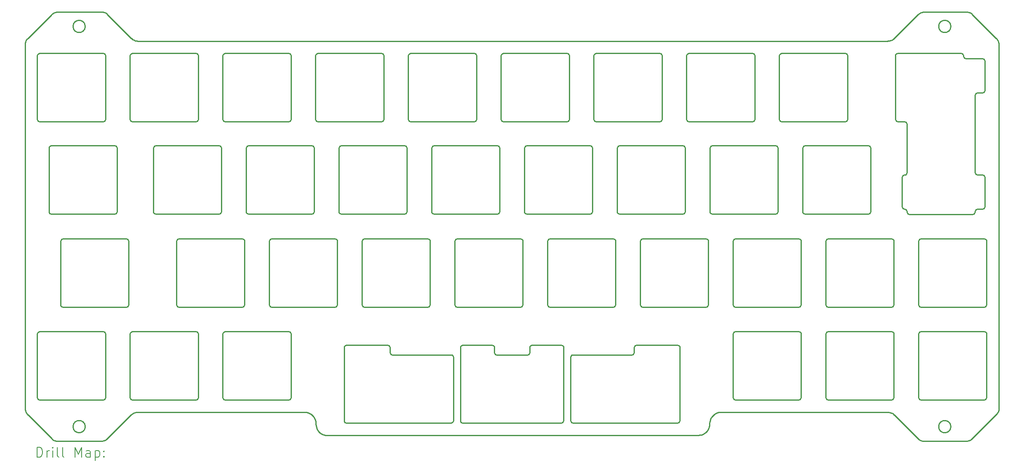
<source format=gbr>
%TF.GenerationSoftware,KiCad,Pcbnew,7.0.6*%
%TF.CreationDate,2023-08-05T15:27:19-04:00*%
%TF.ProjectId,cutiepie-symmetrical-uniform-stagger-plate,63757469-6570-4696-952d-73796d6d6574,rev?*%
%TF.SameCoordinates,Original*%
%TF.FileFunction,Drillmap*%
%TF.FilePolarity,Positive*%
%FSLAX45Y45*%
G04 Gerber Fmt 4.5, Leading zero omitted, Abs format (unit mm)*
G04 Created by KiCad (PCBNEW 7.0.6) date 2023-08-05 15:27:19*
%MOMM*%
%LPD*%
G01*
G04 APERTURE LIST*
%ADD10C,0.250000*%
%ADD11C,0.200000*%
G04 APERTURE END LIST*
D10*
X7069926Y-6447891D02*
X7062687Y-6473818D01*
X7043759Y-6491857D01*
X7019926Y-6497891D01*
X15592400Y-8907866D02*
X15618327Y-8915104D01*
X15636365Y-8934033D01*
X15642400Y-8957866D01*
X7574887Y-6447865D02*
X7574887Y-5147866D01*
X12387400Y-10307866D02*
X12361473Y-10300627D01*
X12343435Y-10281698D01*
X12337400Y-10257866D01*
X7308026Y-8344452D02*
X7300787Y-8370379D01*
X7281859Y-8388417D01*
X7258026Y-8394452D01*
X17149887Y-5097866D02*
X18449887Y-5097866D01*
X8527400Y-10257866D02*
X8527400Y-8957866D01*
X8974887Y-12162865D02*
X8967649Y-12188792D01*
X8948720Y-12206831D01*
X8924887Y-12212865D01*
X12784887Y-6447865D02*
X12777649Y-6473792D01*
X12758720Y-6491831D01*
X12734887Y-6497865D01*
X15107437Y-11289641D02*
X15729837Y-11289641D01*
X22309887Y-6447865D02*
X22302649Y-6473792D01*
X22283720Y-6491831D01*
X22259887Y-6497865D01*
X5719926Y-6497891D02*
X5693999Y-6490653D01*
X5675961Y-6471724D01*
X5669926Y-6447891D01*
X6654241Y-12765365D02*
G75*
G03*
X6654241Y-12765365I-125000J0D01*
G01*
X20007387Y-10812866D02*
X21307387Y-10812866D01*
X6146126Y-8957891D02*
X6153364Y-8931965D01*
X6172293Y-8913926D01*
X6196126Y-8907891D01*
X15057437Y-11239641D02*
X15064676Y-11265568D01*
X15083604Y-11283607D01*
X15107437Y-11289641D01*
X13766126Y-8344465D02*
X13766126Y-7044465D01*
X7069887Y-12162865D02*
X7062649Y-12188792D01*
X7043720Y-12206831D01*
X7019887Y-12212865D01*
X15166126Y-8344465D02*
X15158887Y-8370392D01*
X15139959Y-8388431D01*
X15116126Y-8394466D01*
X12019837Y-12689141D02*
X11993910Y-12681903D01*
X11975872Y-12662974D01*
X11969837Y-12639141D01*
X15671126Y-8344465D02*
X15671126Y-7044465D01*
X21912400Y-10307866D02*
X21886473Y-10300627D01*
X21868435Y-10281698D01*
X21862400Y-10257866D01*
X19724460Y-12465391D02*
X23129365Y-12465396D01*
X8101126Y-8394466D02*
X8075199Y-8387227D01*
X8057161Y-8368298D01*
X8051126Y-8344465D01*
X15592400Y-10307866D02*
X14292400Y-10307866D01*
X10829887Y-6497865D02*
X9529887Y-6497865D01*
X18449887Y-6497865D02*
X17149887Y-6497865D01*
X12734887Y-6497865D02*
X11434887Y-6497865D01*
X21386126Y-8344465D02*
X21386126Y-7044465D01*
X7308026Y-7044452D02*
X7308026Y-8344452D01*
X17626126Y-6994465D02*
X18926126Y-6994465D01*
X20909887Y-6447865D02*
X20909887Y-5147866D01*
X21862387Y-12162865D02*
X21862387Y-10862866D01*
X13766126Y-7044465D02*
X13773364Y-7018539D01*
X13792293Y-7000500D01*
X13816126Y-6994465D01*
X8051126Y-7044465D02*
X8058364Y-7018539D01*
X8077293Y-7000500D01*
X8101126Y-6994465D01*
X16429837Y-11089141D02*
X16455764Y-11096380D01*
X16473803Y-11115308D01*
X16479837Y-11139141D01*
X25167387Y-10862866D02*
X25167387Y-12162865D01*
X12911137Y-11239141D02*
X12918376Y-11265068D01*
X12937304Y-11283107D01*
X12961137Y-11289141D01*
X8924887Y-12212865D02*
X7624887Y-12212865D01*
X18976126Y-8344465D02*
X18968887Y-8370392D01*
X18949959Y-8388431D01*
X18926126Y-8394466D01*
X23767387Y-12162865D02*
X23767387Y-10862866D01*
X23341137Y-5097891D02*
X23315210Y-5105130D01*
X23297172Y-5124058D01*
X23291137Y-5147891D01*
X16594887Y-6447865D02*
X16587649Y-6473792D01*
X16568720Y-6491831D01*
X16544887Y-6497865D01*
X13687400Y-10307866D02*
X12387400Y-10307866D01*
X19957400Y-8957866D02*
X19964639Y-8931939D01*
X19983567Y-8913900D01*
X20007400Y-8907866D01*
X19054887Y-6497865D02*
X19028961Y-6490627D01*
X19010922Y-6471698D01*
X19004887Y-6447865D01*
X8924887Y-10812866D02*
X8950814Y-10820104D01*
X8968853Y-10839033D01*
X8974887Y-10862866D01*
X18052400Y-8957866D02*
X18059639Y-8931939D01*
X18078567Y-8913900D01*
X18102400Y-8907866D01*
X24979262Y-8294691D02*
X25079262Y-8294691D01*
X21307400Y-8907866D02*
X21333327Y-8915104D01*
X21351365Y-8934033D01*
X21357400Y-8957866D01*
X13211126Y-6994465D02*
X13237053Y-7001704D01*
X13255091Y-7020632D01*
X13261126Y-7044465D01*
X19452400Y-8957866D02*
X19452400Y-10257866D01*
X16623637Y-12639141D02*
X16623637Y-11339141D01*
X7258026Y-8394452D02*
X5958026Y-8394452D01*
X21357387Y-12162865D02*
X21350149Y-12188792D01*
X21331220Y-12206831D01*
X21307387Y-12212865D01*
X11356126Y-7044465D02*
X11356126Y-8344465D01*
X22786126Y-8344465D02*
X22778887Y-8370392D01*
X22759959Y-8388431D01*
X22736126Y-8394466D01*
X16479837Y-12639141D02*
X16472599Y-12665068D01*
X16453670Y-12683107D01*
X16429837Y-12689141D01*
X24929262Y-7544691D02*
X24929262Y-5957091D01*
X7019926Y-5097891D02*
X7045853Y-5105130D01*
X7063891Y-5124058D01*
X7069926Y-5147891D01*
X16429837Y-12689141D02*
X14407437Y-12689141D01*
X11969837Y-12639141D02*
X11969837Y-11139141D01*
X16544887Y-6497865D02*
X15244887Y-6497865D01*
X23212387Y-10812866D02*
X23238314Y-10820104D01*
X23256353Y-10839033D01*
X23262387Y-10862866D01*
X10829887Y-5097866D02*
X10855814Y-5105104D01*
X10873853Y-5124033D01*
X10879887Y-5147866D01*
X11861126Y-8344465D02*
X11861126Y-7044465D01*
X20404887Y-6447865D02*
X20397649Y-6473792D01*
X20378720Y-6491831D01*
X20354887Y-6497865D01*
X25129262Y-7644691D02*
X25122024Y-7618764D01*
X25103095Y-7600726D01*
X25079262Y-7594691D01*
X13339887Y-6497865D02*
X13313960Y-6490627D01*
X13295922Y-6471698D01*
X13289887Y-6447865D01*
X12861137Y-11089141D02*
X12861137Y-11089641D01*
X14242400Y-10257866D02*
X14242400Y-8957866D01*
X10482400Y-8907866D02*
X11782400Y-8907866D01*
X23479262Y-6498391D02*
X23505189Y-6505630D01*
X23523228Y-6524558D01*
X23529262Y-6548391D01*
X19054887Y-5097866D02*
X20354887Y-5097866D01*
X23895188Y-13065547D02*
X24737033Y-13065555D01*
X7496126Y-8907891D02*
X7522053Y-8915130D01*
X7540091Y-8934058D01*
X7546126Y-8957891D01*
X5719926Y-5097891D02*
X7019926Y-5097891D01*
X20959887Y-5097866D02*
X22259887Y-5097866D01*
X24878500Y-4303965D02*
X24856067Y-4284631D01*
X24831257Y-4268948D01*
X24804514Y-4257098D01*
X24776279Y-4249265D01*
X24746996Y-4245632D01*
X24737079Y-4245387D01*
X11434887Y-5097866D02*
X12734887Y-5097866D01*
X25167387Y-12162865D02*
X25160149Y-12188792D01*
X25141220Y-12206831D01*
X25117387Y-12212865D01*
X9529887Y-10812866D02*
X10829887Y-10812866D01*
X14639887Y-6497865D02*
X13339887Y-6497865D01*
X21307387Y-12212865D02*
X20007387Y-12212865D01*
X15007437Y-11089141D02*
X15033364Y-11096380D01*
X15051403Y-11115308D01*
X15057437Y-11139141D01*
X22309887Y-5147866D02*
X22309887Y-6447865D01*
X15671126Y-7044465D02*
X15678364Y-7018539D01*
X15697293Y-7000500D01*
X15721126Y-6994465D01*
X17576126Y-7044465D02*
X17583365Y-7018539D01*
X17602293Y-7000500D01*
X17626126Y-6994465D01*
X24737033Y-13065555D02*
X24766567Y-13063364D01*
X24795200Y-13056911D01*
X24822489Y-13046380D01*
X24847993Y-13031954D01*
X24871268Y-13013817D01*
X24878455Y-13006978D01*
X7258026Y-6994452D02*
X7283953Y-7001691D01*
X7301991Y-7020619D01*
X7308026Y-7044452D01*
X22736126Y-8394466D02*
X21436126Y-8394466D01*
X6974545Y-4245387D02*
X6100230Y-4245387D01*
X24691137Y-5157091D02*
X24691137Y-5147891D01*
X7624887Y-6497865D02*
X7598960Y-6490627D01*
X7580922Y-6471698D01*
X7574887Y-6447865D01*
X20354887Y-5097866D02*
X20380814Y-5105104D01*
X20398853Y-5124033D01*
X20404887Y-5147866D01*
X25129262Y-5257091D02*
X25122024Y-5231165D01*
X25103095Y-5213126D01*
X25079262Y-5207091D01*
X15829837Y-11089141D02*
X16429837Y-11089141D01*
X17547400Y-8957866D02*
X17547400Y-10257866D01*
X16147400Y-10257866D02*
X16147400Y-8957866D01*
X10879887Y-10862866D02*
X10879887Y-12162865D01*
X17071126Y-8344465D02*
X17063887Y-8370392D01*
X17044959Y-8388431D01*
X17021126Y-8394466D01*
X17576126Y-8344465D02*
X17576126Y-7044465D01*
X18867437Y-12639141D02*
X18860199Y-12665068D01*
X18841270Y-12683107D01*
X18817437Y-12689141D01*
X11306126Y-6994465D02*
X11332053Y-7001704D01*
X11350091Y-7020632D01*
X11356126Y-7044465D01*
X7115921Y-13006792D02*
X7598769Y-12523954D01*
X5475966Y-4786808D02*
X5456632Y-4809242D01*
X5440949Y-4834051D01*
X5429099Y-4860795D01*
X5421266Y-4889029D01*
X5417633Y-4918312D01*
X5417387Y-4928229D01*
X6196126Y-10307891D02*
X6170199Y-10300653D01*
X6152161Y-10281724D01*
X6146126Y-10257891D01*
X7598769Y-12523954D02*
X7620830Y-12504897D01*
X7645205Y-12489371D01*
X7671472Y-12477552D01*
X7699212Y-12469619D01*
X7728002Y-12465748D01*
X7737759Y-12465391D01*
X15194887Y-6447865D02*
X15194887Y-5147866D01*
X7624887Y-5097866D02*
X8924887Y-5097866D01*
X23341137Y-6498391D02*
X23479262Y-6498391D01*
X23429262Y-8244691D02*
X23436501Y-8270618D01*
X23455429Y-8288657D01*
X23479262Y-8294691D01*
X9877400Y-8907866D02*
X9903327Y-8915104D01*
X9921365Y-8934033D01*
X9927400Y-8957866D01*
X13261126Y-7044465D02*
X13261126Y-8344465D01*
X15779837Y-11239641D02*
X15779837Y-11139141D01*
X25167452Y-10257866D02*
X25160213Y-10283792D01*
X25141285Y-10301831D01*
X25117452Y-10307866D01*
X23262400Y-8957866D02*
X23262400Y-10257866D01*
X5417348Y-12382510D02*
X5419540Y-12412044D01*
X5425993Y-12440677D01*
X5436524Y-12467967D01*
X5450950Y-12493471D01*
X5469087Y-12516746D01*
X5475926Y-12523932D01*
X11782400Y-8907866D02*
X11808327Y-8915104D01*
X11826365Y-8934033D01*
X11832400Y-8957866D01*
X23753813Y-4303965D02*
X23270966Y-4786812D01*
X23262400Y-10257866D02*
X23255161Y-10283792D01*
X23236233Y-10301831D01*
X23212400Y-10307866D01*
X18926126Y-8394466D02*
X17626126Y-8394466D01*
X19957400Y-10257866D02*
X19957400Y-8957866D01*
X20007387Y-12212865D02*
X19981461Y-12205627D01*
X19963422Y-12186698D01*
X19957387Y-12162865D01*
X23479262Y-7594691D02*
X23453335Y-7601930D01*
X23435297Y-7620858D01*
X23429262Y-7644691D01*
X6974499Y-13065369D02*
X7004033Y-13063178D01*
X7032666Y-13056725D01*
X7059955Y-13046194D01*
X7085459Y-13031768D01*
X7108734Y-13013631D01*
X7115921Y-13006792D01*
X25129262Y-8244691D02*
X25129262Y-7644691D01*
X19474459Y-12715391D02*
X19475750Y-12689830D01*
X19479538Y-12665007D01*
X19489629Y-12629433D01*
X19504633Y-12596226D01*
X19524126Y-12565812D01*
X19547683Y-12538614D01*
X19574881Y-12515057D01*
X19605295Y-12495565D01*
X19638501Y-12480561D01*
X19674076Y-12470470D01*
X19698899Y-12466682D01*
X19724460Y-12465391D01*
X8924887Y-6497865D02*
X7624887Y-6497865D01*
X14292400Y-10307866D02*
X14266473Y-10300627D01*
X14248435Y-10281698D01*
X14242400Y-10257866D01*
X13737400Y-8957866D02*
X13737400Y-10257866D01*
X13211126Y-8394466D02*
X11911126Y-8394466D01*
X15244887Y-6497865D02*
X15218960Y-6490627D01*
X15200922Y-6471698D01*
X15194887Y-6447865D01*
X14242400Y-8957866D02*
X14249639Y-8931939D01*
X14268567Y-8913900D01*
X14292400Y-8907866D01*
X5719887Y-12212865D02*
X5693960Y-12205627D01*
X5675922Y-12186698D01*
X5669887Y-12162865D01*
X9401126Y-6994465D02*
X9427053Y-7001704D01*
X9445091Y-7020632D01*
X9451126Y-7044465D01*
X5958809Y-4303965D02*
X5475966Y-4786808D01*
X14213637Y-12639141D02*
X14206399Y-12665068D01*
X14187470Y-12683107D01*
X14163637Y-12689141D01*
X6100184Y-13065360D02*
X6974499Y-13065369D01*
X13737400Y-10257866D02*
X13730161Y-10283792D01*
X13711233Y-10301831D01*
X13687400Y-10307866D01*
X16594887Y-5147866D02*
X16594887Y-6447865D01*
X24879262Y-8403391D02*
X24905189Y-8396153D01*
X24923228Y-8377224D01*
X24929262Y-8353391D01*
X16479837Y-11139141D02*
X16479837Y-12639141D01*
X10482400Y-10307866D02*
X10456473Y-10300627D01*
X10438435Y-10281698D01*
X10432400Y-10257866D01*
X11969837Y-11139141D02*
X11977076Y-11113215D01*
X11996004Y-11095176D01*
X12019837Y-11089141D01*
X7496126Y-10307891D02*
X6196126Y-10307891D01*
X21357400Y-8957866D02*
X21357400Y-10257866D01*
X17926137Y-11239141D02*
X17926137Y-11139641D01*
X6146126Y-10257891D02*
X6146126Y-8957891D01*
X20831126Y-6994465D02*
X20857053Y-7001704D01*
X20875091Y-7020632D01*
X20881126Y-7044465D01*
X15729837Y-11289641D02*
X15755764Y-11282403D01*
X15773803Y-11263474D01*
X15779837Y-11239641D01*
X9479887Y-10862866D02*
X9487126Y-10836939D01*
X9506054Y-10818900D01*
X9529887Y-10812866D01*
X23212400Y-8907866D02*
X23238327Y-8915104D01*
X23256365Y-8934033D01*
X23262400Y-8957866D01*
X8101126Y-6994465D02*
X9401126Y-6994465D01*
X24641137Y-5097891D02*
X23341137Y-5097891D01*
X21307400Y-10307866D02*
X20007400Y-10307866D01*
X17976137Y-11089641D02*
X18817437Y-11089641D01*
X21436126Y-8394466D02*
X21410199Y-8387227D01*
X21392161Y-8368298D01*
X21386126Y-8344465D01*
X7574887Y-10862866D02*
X7582126Y-10836939D01*
X7601054Y-10818900D01*
X7624887Y-10812866D01*
X20831126Y-8394466D02*
X19531126Y-8394466D01*
X7019887Y-10812866D02*
X7045814Y-10820104D01*
X7063853Y-10839033D01*
X7069887Y-10862866D01*
X10829887Y-12212865D02*
X9529887Y-12212865D01*
X10432400Y-10257866D02*
X10432400Y-8957866D01*
X14213637Y-11339141D02*
X14213637Y-12639141D01*
X8051126Y-8344465D02*
X8051126Y-7044465D01*
X7546126Y-8957891D02*
X7546126Y-10257891D01*
X5669926Y-5147891D02*
X5677164Y-5121965D01*
X5696093Y-5103926D01*
X5719926Y-5097891D01*
X7069926Y-5147891D02*
X7069926Y-6447891D01*
X11434887Y-6497865D02*
X11408960Y-6490627D01*
X11390922Y-6471698D01*
X11384887Y-6447865D01*
X23529262Y-8344691D02*
X23529262Y-8353391D01*
X10006126Y-8394466D02*
X9980199Y-8387227D01*
X9962161Y-8368298D01*
X9956126Y-8344465D01*
X7598809Y-4786808D02*
X7115966Y-4303965D01*
X9927400Y-8957866D02*
X9927400Y-10257866D01*
X17876137Y-11289141D02*
X17902064Y-11281903D01*
X17920103Y-11262974D01*
X17926137Y-11239141D01*
X20909887Y-5147866D02*
X20917126Y-5121939D01*
X20936054Y-5103900D01*
X20959887Y-5097866D01*
X23270966Y-4786812D02*
X23248532Y-4806146D01*
X23223723Y-4821830D01*
X23196979Y-4833679D01*
X23168745Y-4841512D01*
X23139462Y-4845145D01*
X23129545Y-4845391D01*
X11832400Y-10257866D02*
X11825161Y-10283792D01*
X11806233Y-10301831D01*
X11782400Y-10307866D01*
X11384887Y-6447865D02*
X11384887Y-5147866D01*
X16673637Y-11289141D02*
X17876137Y-11289141D01*
X14357437Y-12639141D02*
X14357437Y-11139141D01*
X13816126Y-8394466D02*
X13790199Y-8387227D01*
X13772161Y-8368298D01*
X13766126Y-8344465D01*
X10879887Y-5147866D02*
X10879887Y-6447865D01*
X15642400Y-8957866D02*
X15642400Y-10257866D01*
X19004887Y-6447865D02*
X19004887Y-5147866D01*
X20881126Y-7044465D02*
X20881126Y-8344465D01*
X16147400Y-8957866D02*
X16154639Y-8931939D01*
X16173567Y-8913900D01*
X16197400Y-8907866D01*
X21862400Y-8957866D02*
X21869639Y-8931939D01*
X21888567Y-8913900D01*
X21912400Y-8907866D01*
X24737079Y-4245387D02*
X23895234Y-4245387D01*
X23291137Y-6448391D02*
X23298376Y-6474318D01*
X23317304Y-6492357D01*
X23341137Y-6498391D01*
X15779837Y-11139141D02*
X15787076Y-11113215D01*
X15806004Y-11095176D01*
X15829837Y-11089141D01*
X20354887Y-6497865D02*
X19054887Y-6497865D01*
X19248287Y-12941564D02*
X19282731Y-12938958D01*
X19315543Y-12931396D01*
X19346341Y-12919261D01*
X19374741Y-12902938D01*
X19400359Y-12882809D01*
X19422812Y-12859259D01*
X19441715Y-12832671D01*
X19456685Y-12803430D01*
X19467338Y-12771918D01*
X19473291Y-12738519D01*
X19474459Y-12715394D01*
X15116126Y-8394466D02*
X13816126Y-8394466D01*
X19474459Y-12715394D02*
X19474459Y-12715391D01*
X5958763Y-13006780D02*
X5981196Y-13026114D01*
X6006006Y-13041798D01*
X6032749Y-13053648D01*
X6060984Y-13061481D01*
X6090266Y-13065114D01*
X6100184Y-13065360D01*
X21912400Y-8907866D02*
X23212400Y-8907866D01*
X12337400Y-10257866D02*
X12337400Y-8957866D01*
X24929262Y-8353391D02*
X24929262Y-8344691D01*
X21862387Y-10862866D02*
X21869626Y-10836939D01*
X21888554Y-10818900D01*
X21912387Y-10812866D01*
X23212387Y-12212865D02*
X21912387Y-12212865D01*
X9529887Y-6497865D02*
X9503961Y-6490627D01*
X9485922Y-6471698D01*
X9479887Y-6447865D01*
X17021126Y-6994465D02*
X17047053Y-7001704D01*
X17065091Y-7020632D01*
X17071126Y-7044465D01*
X14689887Y-6447865D02*
X14682649Y-6473792D01*
X14663720Y-6491831D01*
X14639887Y-6497865D01*
X13289887Y-5147866D02*
X13297126Y-5121939D01*
X13316054Y-5103900D01*
X13339887Y-5097866D01*
X12734887Y-5097866D02*
X12760814Y-5105104D01*
X12778853Y-5124033D01*
X12784887Y-5147866D01*
X13261126Y-8344465D02*
X13253887Y-8370392D01*
X13234959Y-8388431D01*
X13211126Y-8394466D01*
X25361306Y-12524137D02*
X25380640Y-12501704D01*
X25396323Y-12476894D01*
X25408174Y-12450151D01*
X25416007Y-12421917D01*
X25419640Y-12392634D01*
X25419886Y-12382717D01*
X18052400Y-10257866D02*
X18052400Y-8957866D01*
X9479887Y-6447865D02*
X9479887Y-5147866D01*
X7574887Y-5147866D02*
X7582126Y-5121939D01*
X7601054Y-5103900D01*
X7624887Y-5097866D01*
X12019837Y-11089141D02*
X12861137Y-11089141D01*
X5417387Y-4928229D02*
X5417387Y-8643264D01*
X5669887Y-12162865D02*
X5669887Y-10862866D01*
X18499887Y-5147866D02*
X18499887Y-6447865D01*
X24979262Y-7594691D02*
X24953335Y-7587453D01*
X24935297Y-7568524D01*
X24929262Y-7544691D01*
X9479887Y-5147866D02*
X9487126Y-5121939D01*
X9506054Y-5103900D01*
X9529887Y-5097866D01*
X24433010Y-4545389D02*
G75*
G03*
X24433010Y-4545389I-125000J0D01*
G01*
X15194887Y-5147866D02*
X15202126Y-5121939D01*
X15221054Y-5103900D01*
X15244887Y-5097866D01*
X23579262Y-8403391D02*
X24879262Y-8403391D01*
X17497400Y-10307866D02*
X16197400Y-10307866D01*
X23753767Y-13006966D02*
X23776201Y-13026300D01*
X23801010Y-13041984D01*
X23827753Y-13053834D01*
X23855988Y-13061668D01*
X23885271Y-13065301D01*
X23895188Y-13065547D01*
X25167452Y-8957866D02*
X25167452Y-10257866D01*
X24929262Y-5957091D02*
X24936501Y-5931164D01*
X24955429Y-5913126D01*
X24979262Y-5907091D01*
X20959887Y-6497865D02*
X20933961Y-6490627D01*
X20915922Y-6471698D01*
X20909887Y-6447865D01*
X14163637Y-11289141D02*
X14189564Y-11296380D01*
X14207603Y-11315308D01*
X14213637Y-11339141D01*
X23479262Y-8294691D02*
X23505189Y-8301930D01*
X23523228Y-8320858D01*
X23529262Y-8344691D01*
X9877400Y-10307866D02*
X8577400Y-10307866D01*
X19004887Y-5147866D02*
X19012126Y-5121939D01*
X19031054Y-5103900D01*
X19054887Y-5097866D01*
X13339887Y-5097866D02*
X14639887Y-5097866D01*
X25079262Y-5907091D02*
X25105189Y-5899853D01*
X25123228Y-5880924D01*
X25129262Y-5857091D01*
X13289887Y-6447865D02*
X13289887Y-5147866D01*
X18926126Y-6994465D02*
X18952053Y-7001704D01*
X18970091Y-7020632D01*
X18976126Y-7044465D01*
X5475926Y-12523932D02*
X5958763Y-13006780D01*
X11392664Y-12715391D02*
X11395270Y-12749835D01*
X11402832Y-12782648D01*
X11414967Y-12813446D01*
X11431291Y-12841846D01*
X11451420Y-12867464D01*
X11474970Y-12889917D01*
X11501558Y-12908820D01*
X11530800Y-12923790D01*
X11562313Y-12934443D01*
X11595712Y-12940396D01*
X11618837Y-12941564D01*
X18817437Y-12689141D02*
X16673637Y-12689141D01*
X9479887Y-12162865D02*
X9479887Y-10862866D01*
X23817387Y-10812866D02*
X25117387Y-10812866D01*
X17099887Y-5147866D02*
X17107126Y-5121939D01*
X17126054Y-5103900D01*
X17149887Y-5097866D01*
X9927400Y-10257866D02*
X9920161Y-10283792D01*
X9901233Y-10301831D01*
X9877400Y-10307866D01*
X13816126Y-6994465D02*
X15116126Y-6994465D01*
X23895234Y-4245387D02*
X23865700Y-4247579D01*
X23837067Y-4254032D01*
X23809778Y-4264563D01*
X23784274Y-4278989D01*
X23760999Y-4297126D01*
X23753813Y-4303965D01*
X10006126Y-6994465D02*
X11306126Y-6994465D01*
X15721126Y-6994465D02*
X17021126Y-6994465D01*
X19957387Y-10862866D02*
X19964626Y-10836939D01*
X19983554Y-10818900D01*
X20007387Y-10812866D01*
X11356126Y-8344465D02*
X11348887Y-8370392D01*
X11329959Y-8388431D01*
X11306126Y-8394466D01*
X23817452Y-8907866D02*
X25117452Y-8907866D01*
X15244887Y-5097866D02*
X16544887Y-5097866D01*
X5719887Y-10812866D02*
X7019887Y-10812866D01*
X17547400Y-10257866D02*
X17540161Y-10283792D01*
X17521233Y-10301831D01*
X17497400Y-10307866D01*
X23291137Y-5147891D02*
X23291137Y-6448391D01*
X25117452Y-10307866D02*
X23817452Y-10307866D01*
X19481126Y-8344465D02*
X19481126Y-7044465D01*
X23529262Y-6548391D02*
X23529262Y-7544691D01*
X5908026Y-8344452D02*
X5908026Y-7044452D01*
X12337400Y-8957866D02*
X12344639Y-8931939D01*
X12363567Y-8913900D01*
X12387400Y-8907866D01*
X7737759Y-12465391D02*
X11142664Y-12465391D01*
X14689887Y-5147866D02*
X14689887Y-6447865D01*
X10432400Y-8957866D02*
X10439639Y-8931939D01*
X10458567Y-8913900D01*
X10482400Y-8907866D01*
X12784887Y-5147866D02*
X12784887Y-6447865D01*
X19531126Y-6994465D02*
X20831126Y-6994465D01*
X8974887Y-6447865D02*
X8967649Y-6473792D01*
X8948720Y-6491831D01*
X8924887Y-6497865D01*
X23767387Y-10862866D02*
X23774626Y-10836939D01*
X23793554Y-10818900D01*
X23817387Y-10812866D01*
X10879887Y-6447865D02*
X10872649Y-6473792D01*
X10853720Y-6491831D01*
X10829887Y-6497865D01*
X11306126Y-8394466D02*
X10006126Y-8394466D01*
X7019926Y-6497891D02*
X5719926Y-6497891D01*
X18499887Y-6447865D02*
X18492649Y-6473792D01*
X18473720Y-6491831D01*
X18449887Y-6497865D01*
X16544887Y-5097866D02*
X16570814Y-5105104D01*
X16588853Y-5124033D01*
X16594887Y-5147866D01*
X21386126Y-7044465D02*
X21393365Y-7018539D01*
X21412293Y-7000500D01*
X21436126Y-6994465D01*
X19531126Y-8394466D02*
X19505199Y-8387227D01*
X19487161Y-8368298D01*
X19481126Y-8344465D01*
X24878455Y-13006978D02*
X25361306Y-12524137D01*
X12911137Y-11139641D02*
X12911137Y-11239141D01*
X23817452Y-10307866D02*
X23791525Y-10300627D01*
X23773486Y-10281698D01*
X23767452Y-10257866D01*
X12961137Y-11289141D02*
X14163637Y-11289141D01*
X21357400Y-10257866D02*
X21350161Y-10283792D01*
X21331233Y-10301831D01*
X21307400Y-10307866D01*
X17021126Y-8394466D02*
X15721126Y-8394466D01*
X9956126Y-7044465D02*
X9963365Y-7018539D01*
X9982293Y-7000500D01*
X10006126Y-6994465D01*
X9451126Y-7044465D02*
X9451126Y-8344465D01*
X8974887Y-10862866D02*
X8974887Y-12162865D01*
X17099887Y-6447865D02*
X17099887Y-5147866D01*
X23129545Y-4845391D02*
X7740230Y-4845387D01*
X25117452Y-8907866D02*
X25143378Y-8915104D01*
X25161417Y-8934033D01*
X25167452Y-8957866D01*
X24433010Y-12765549D02*
G75*
G03*
X24433010Y-12765549I-125000J0D01*
G01*
X14357437Y-11139141D02*
X14364676Y-11113215D01*
X14383604Y-11095176D01*
X14407437Y-11089141D01*
X8577400Y-10307866D02*
X8551473Y-10300627D01*
X8533435Y-10281698D01*
X8527400Y-10257866D01*
X11911126Y-8394466D02*
X11885199Y-8387227D01*
X11867161Y-8368298D01*
X11861126Y-8344465D01*
X11384887Y-5147866D02*
X11392126Y-5121939D01*
X11411054Y-5103900D01*
X11434887Y-5097866D01*
X7115966Y-4303965D02*
X7093533Y-4284631D01*
X7068723Y-4268948D01*
X7041980Y-4257098D01*
X7013745Y-4249265D01*
X6984462Y-4245632D01*
X6974545Y-4245387D01*
X20007400Y-8907866D02*
X21307400Y-8907866D01*
X25079262Y-5207091D02*
X24741137Y-5207091D01*
X16197400Y-10307866D02*
X16171473Y-10300627D01*
X16153435Y-10281698D01*
X16147400Y-10257866D01*
X20404887Y-5147866D02*
X20404887Y-6447865D01*
X7019887Y-12212865D02*
X5719887Y-12212865D01*
X23767452Y-8957866D02*
X23774690Y-8931939D01*
X23793619Y-8913900D01*
X23817452Y-8907866D01*
X17626126Y-8394466D02*
X17600199Y-8387227D01*
X17582161Y-8368298D01*
X17576126Y-8344465D01*
X8924887Y-5097866D02*
X8950814Y-5105104D01*
X8968853Y-5124033D01*
X8974887Y-5147866D01*
X9529887Y-12212865D02*
X9503961Y-12205627D01*
X9485922Y-12186698D01*
X9479887Y-12162865D01*
X17071126Y-7044465D02*
X17071126Y-8344465D01*
X5958026Y-6994452D02*
X7258026Y-6994452D01*
X16197400Y-8907866D02*
X17497400Y-8907866D01*
X5417387Y-8643264D02*
X5417348Y-12382510D01*
X25117387Y-10812866D02*
X25143314Y-10820104D01*
X25161353Y-10839033D01*
X25167387Y-10862866D01*
X15642400Y-10257866D02*
X15635161Y-10283792D01*
X15616233Y-10301831D01*
X15592400Y-10307866D01*
X19481126Y-7044465D02*
X19488365Y-7018539D01*
X19507293Y-7000500D01*
X19531126Y-6994465D01*
X24929262Y-8344691D02*
X24936501Y-8318764D01*
X24955429Y-8300726D01*
X24979262Y-8294691D01*
X22736126Y-6994465D02*
X22762053Y-7001704D01*
X22780091Y-7020632D01*
X22786126Y-7044465D01*
X25361346Y-4786811D02*
X24878500Y-4303965D01*
X24979262Y-5907091D02*
X25079262Y-5907091D01*
X11618837Y-12941564D02*
X19248287Y-12941564D01*
X9401126Y-8394466D02*
X8101126Y-8394466D01*
X21357387Y-10862866D02*
X21357387Y-12162865D01*
X22786126Y-7044465D02*
X22786126Y-8344465D01*
X23529262Y-8353391D02*
X23536501Y-8379318D01*
X23555429Y-8397357D01*
X23579262Y-8403391D01*
X21862400Y-10257866D02*
X21862400Y-8957866D01*
X9529887Y-5097866D02*
X10829887Y-5097866D01*
X24691137Y-5147891D02*
X24683899Y-5121965D01*
X24664970Y-5103926D01*
X24641137Y-5097891D01*
X19402400Y-10307866D02*
X18102400Y-10307866D01*
X14292400Y-8907866D02*
X15592400Y-8907866D01*
X20007400Y-10307866D02*
X19981473Y-10300627D01*
X19963435Y-10281698D01*
X19957400Y-10257866D01*
X11782400Y-10307866D02*
X10482400Y-10307866D01*
X10879887Y-12162865D02*
X10872649Y-12188792D01*
X10853720Y-12206831D01*
X10829887Y-12212865D01*
X14163637Y-12689141D02*
X12019837Y-12689141D01*
X25419886Y-12382717D02*
X25419926Y-4928233D01*
X15721126Y-8394466D02*
X15695199Y-8387227D01*
X15677161Y-8368298D01*
X15671126Y-8344465D01*
X11832400Y-8957866D02*
X11832400Y-10257866D01*
X6100230Y-4245387D02*
X6070696Y-4247579D01*
X6042063Y-4254032D01*
X6014773Y-4264563D01*
X5989270Y-4278989D01*
X5965995Y-4297126D01*
X5958809Y-4303965D01*
X25129262Y-5857091D02*
X25129262Y-5257091D01*
X8527400Y-8957866D02*
X8534639Y-8931939D01*
X8553567Y-8913900D01*
X8577400Y-8907866D01*
X19452400Y-10257866D02*
X19445161Y-10283792D01*
X19426233Y-10301831D01*
X19402400Y-10307866D01*
X22259887Y-6497865D02*
X20959887Y-6497865D01*
X25079262Y-8294691D02*
X25105189Y-8287453D01*
X25123228Y-8268524D01*
X25129262Y-8244691D01*
X24741137Y-5207091D02*
X24715210Y-5199853D01*
X24697172Y-5180924D01*
X24691137Y-5157091D01*
X17497400Y-8907866D02*
X17523327Y-8915104D01*
X17541365Y-8934033D01*
X17547400Y-8957866D01*
X17149887Y-6497865D02*
X17123961Y-6490627D01*
X17105922Y-6471698D01*
X17099887Y-6447865D01*
X19957387Y-12162865D02*
X19957387Y-10862866D01*
X14407437Y-11089141D02*
X15007437Y-11089141D01*
X5908026Y-7044452D02*
X5915264Y-7018525D01*
X5934193Y-7000487D01*
X5958026Y-6994452D01*
X23262387Y-10862866D02*
X23262387Y-12162865D01*
X7740230Y-4845387D02*
X7710696Y-4843195D01*
X7682063Y-4836742D01*
X7654774Y-4826210D01*
X7629270Y-4811784D01*
X7605995Y-4793647D01*
X7598809Y-4786808D01*
X18867437Y-11139141D02*
X18867437Y-12639141D01*
X18817437Y-11089641D02*
X18817437Y-11089141D01*
X8577400Y-8907866D02*
X9877400Y-8907866D01*
X11911126Y-6994465D02*
X13211126Y-6994465D01*
X25419926Y-4928233D02*
X25417734Y-4898699D01*
X25411280Y-4870066D01*
X25400749Y-4842776D01*
X25386323Y-4817273D01*
X25368185Y-4793998D01*
X25361346Y-4786811D01*
X15116126Y-6994465D02*
X15142053Y-7001704D01*
X15160091Y-7020632D01*
X15166126Y-7044465D01*
X7574887Y-12162865D02*
X7574887Y-10862866D01*
X7546126Y-10257891D02*
X7538887Y-10283818D01*
X7519959Y-10301857D01*
X7496126Y-10307891D01*
X25079262Y-7594691D02*
X24979262Y-7594691D01*
X20881126Y-8344465D02*
X20873887Y-8370392D01*
X20854959Y-8388431D01*
X20831126Y-8394466D01*
X22259887Y-5097866D02*
X22285814Y-5105104D01*
X22303853Y-5124033D01*
X22309887Y-5147866D01*
X12387400Y-8907866D02*
X13687400Y-8907866D01*
X21912387Y-12212865D02*
X21886461Y-12205627D01*
X21868422Y-12186698D01*
X21862387Y-12162865D01*
X8974887Y-5147866D02*
X8974887Y-6447865D01*
X17926137Y-11139641D02*
X17933376Y-11113715D01*
X17952304Y-11095676D01*
X17976137Y-11089641D01*
X7069887Y-10862866D02*
X7069887Y-12162865D01*
X7624887Y-10812866D02*
X8924887Y-10812866D01*
X13687400Y-8907866D02*
X13713327Y-8915104D01*
X13731365Y-8934033D01*
X13737400Y-8957866D01*
X23429262Y-7644691D02*
X23429262Y-8244691D01*
X25117387Y-12212865D02*
X23817387Y-12212865D01*
X5958026Y-8394452D02*
X5932099Y-8387213D01*
X5914061Y-8368285D01*
X5908026Y-8344452D01*
X23767452Y-10257866D02*
X23767452Y-8957866D01*
X23212400Y-10307866D02*
X21912400Y-10307866D01*
X23262387Y-12162865D02*
X23255149Y-12188792D01*
X23236220Y-12206831D01*
X23212387Y-12212865D01*
X15057437Y-11139141D02*
X15057437Y-11239641D01*
X5669926Y-6447891D02*
X5669926Y-5147891D01*
X23129365Y-12465396D02*
X23158899Y-12467588D01*
X23187533Y-12474042D01*
X23214822Y-12484573D01*
X23240326Y-12499000D01*
X23263601Y-12517137D01*
X23270788Y-12523977D01*
X9451126Y-8344465D02*
X9443887Y-8370392D01*
X9424959Y-8388431D01*
X9401126Y-8394466D01*
X18817437Y-11089141D02*
X18843364Y-11096380D01*
X18861403Y-11115308D01*
X18867437Y-11139141D01*
X9956126Y-8344465D02*
X9956126Y-7044465D01*
X11142664Y-12465391D02*
X11168225Y-12466682D01*
X11193048Y-12470470D01*
X11228623Y-12480561D01*
X11261829Y-12495565D01*
X11292243Y-12515057D01*
X11319441Y-12538615D01*
X11342998Y-12565812D01*
X11362491Y-12596226D01*
X11377494Y-12629433D01*
X11387585Y-12665008D01*
X11391373Y-12689830D01*
X11392664Y-12715391D01*
X10829887Y-10812866D02*
X10855814Y-10820104D01*
X10873853Y-10839033D01*
X10879887Y-10862866D01*
X14639887Y-5097866D02*
X14665814Y-5105104D01*
X14683853Y-5124033D01*
X14689887Y-5147866D01*
X16673637Y-12689141D02*
X16647710Y-12681903D01*
X16629672Y-12662974D01*
X16623637Y-12639141D01*
X5669887Y-10862866D02*
X5677126Y-10836939D01*
X5696054Y-10818900D01*
X5719887Y-10812866D01*
X23529262Y-7544691D02*
X23522024Y-7570618D01*
X23503095Y-7588657D01*
X23479262Y-7594691D01*
X18102400Y-8907866D02*
X19402400Y-8907866D01*
X21436126Y-6994465D02*
X22736126Y-6994465D01*
X23270788Y-12523977D02*
X23753767Y-13006966D01*
X16623637Y-11339141D02*
X16630876Y-11313214D01*
X16649804Y-11295176D01*
X16673637Y-11289141D01*
X14407437Y-12689141D02*
X14381510Y-12681903D01*
X14363472Y-12662974D01*
X14357437Y-12639141D01*
X18449887Y-5097866D02*
X18475814Y-5105104D01*
X18493853Y-5124033D01*
X18499887Y-5147866D01*
X6654241Y-4545387D02*
G75*
G03*
X6654241Y-4545387I-125000J0D01*
G01*
X23817387Y-12212865D02*
X23791460Y-12205627D01*
X23773422Y-12186698D01*
X23767387Y-12162865D01*
X19402400Y-8907866D02*
X19428327Y-8915104D01*
X19446365Y-8934033D01*
X19452400Y-8957866D01*
X11861126Y-7044465D02*
X11868364Y-7018539D01*
X11887293Y-7000500D01*
X11911126Y-6994465D01*
X7624887Y-12212865D02*
X7598960Y-12205627D01*
X7580922Y-12186698D01*
X7574887Y-12162865D01*
X18102400Y-10307866D02*
X18076473Y-10300627D01*
X18058435Y-10281698D01*
X18052400Y-10257866D01*
X15166126Y-7044465D02*
X15166126Y-8344465D01*
X6196126Y-8907891D02*
X7496126Y-8907891D01*
X12861137Y-11089641D02*
X12887064Y-11096880D01*
X12905103Y-11115808D01*
X12911137Y-11139641D01*
X21912387Y-10812866D02*
X23212387Y-10812866D01*
X21307387Y-10812866D02*
X21333314Y-10820104D01*
X21351353Y-10839033D01*
X21357387Y-10862866D01*
X18976126Y-7044465D02*
X18976126Y-8344465D01*
D11*
X5665625Y-13389540D02*
X5665625Y-13189540D01*
X5665625Y-13189540D02*
X5713244Y-13189540D01*
X5713244Y-13189540D02*
X5741815Y-13199064D01*
X5741815Y-13199064D02*
X5760863Y-13218111D01*
X5760863Y-13218111D02*
X5770386Y-13237159D01*
X5770386Y-13237159D02*
X5779910Y-13275254D01*
X5779910Y-13275254D02*
X5779910Y-13303825D01*
X5779910Y-13303825D02*
X5770386Y-13341921D01*
X5770386Y-13341921D02*
X5760863Y-13360968D01*
X5760863Y-13360968D02*
X5741815Y-13380016D01*
X5741815Y-13380016D02*
X5713244Y-13389540D01*
X5713244Y-13389540D02*
X5665625Y-13389540D01*
X5865625Y-13389540D02*
X5865625Y-13256206D01*
X5865625Y-13294302D02*
X5875148Y-13275254D01*
X5875148Y-13275254D02*
X5884672Y-13265730D01*
X5884672Y-13265730D02*
X5903720Y-13256206D01*
X5903720Y-13256206D02*
X5922767Y-13256206D01*
X5989434Y-13389540D02*
X5989434Y-13256206D01*
X5989434Y-13189540D02*
X5979910Y-13199064D01*
X5979910Y-13199064D02*
X5989434Y-13208587D01*
X5989434Y-13208587D02*
X5998958Y-13199064D01*
X5998958Y-13199064D02*
X5989434Y-13189540D01*
X5989434Y-13189540D02*
X5989434Y-13208587D01*
X6113244Y-13389540D02*
X6094196Y-13380016D01*
X6094196Y-13380016D02*
X6084672Y-13360968D01*
X6084672Y-13360968D02*
X6084672Y-13189540D01*
X6218005Y-13389540D02*
X6198958Y-13380016D01*
X6198958Y-13380016D02*
X6189434Y-13360968D01*
X6189434Y-13360968D02*
X6189434Y-13189540D01*
X6446577Y-13389540D02*
X6446577Y-13189540D01*
X6446577Y-13189540D02*
X6513244Y-13332397D01*
X6513244Y-13332397D02*
X6579910Y-13189540D01*
X6579910Y-13189540D02*
X6579910Y-13389540D01*
X6760863Y-13389540D02*
X6760863Y-13284778D01*
X6760863Y-13284778D02*
X6751339Y-13265730D01*
X6751339Y-13265730D02*
X6732291Y-13256206D01*
X6732291Y-13256206D02*
X6694196Y-13256206D01*
X6694196Y-13256206D02*
X6675148Y-13265730D01*
X6760863Y-13380016D02*
X6741815Y-13389540D01*
X6741815Y-13389540D02*
X6694196Y-13389540D01*
X6694196Y-13389540D02*
X6675148Y-13380016D01*
X6675148Y-13380016D02*
X6665625Y-13360968D01*
X6665625Y-13360968D02*
X6665625Y-13341921D01*
X6665625Y-13341921D02*
X6675148Y-13322873D01*
X6675148Y-13322873D02*
X6694196Y-13313349D01*
X6694196Y-13313349D02*
X6741815Y-13313349D01*
X6741815Y-13313349D02*
X6760863Y-13303825D01*
X6856101Y-13256206D02*
X6856101Y-13456206D01*
X6856101Y-13265730D02*
X6875148Y-13256206D01*
X6875148Y-13256206D02*
X6913244Y-13256206D01*
X6913244Y-13256206D02*
X6932291Y-13265730D01*
X6932291Y-13265730D02*
X6941815Y-13275254D01*
X6941815Y-13275254D02*
X6951339Y-13294302D01*
X6951339Y-13294302D02*
X6951339Y-13351444D01*
X6951339Y-13351444D02*
X6941815Y-13370492D01*
X6941815Y-13370492D02*
X6932291Y-13380016D01*
X6932291Y-13380016D02*
X6913244Y-13389540D01*
X6913244Y-13389540D02*
X6875148Y-13389540D01*
X6875148Y-13389540D02*
X6856101Y-13380016D01*
X7037053Y-13370492D02*
X7046577Y-13380016D01*
X7046577Y-13380016D02*
X7037053Y-13389540D01*
X7037053Y-13389540D02*
X7027529Y-13380016D01*
X7027529Y-13380016D02*
X7037053Y-13370492D01*
X7037053Y-13370492D02*
X7037053Y-13389540D01*
X7037053Y-13265730D02*
X7046577Y-13275254D01*
X7046577Y-13275254D02*
X7037053Y-13284778D01*
X7037053Y-13284778D02*
X7027529Y-13275254D01*
X7027529Y-13275254D02*
X7037053Y-13265730D01*
X7037053Y-13265730D02*
X7037053Y-13284778D01*
M02*

</source>
